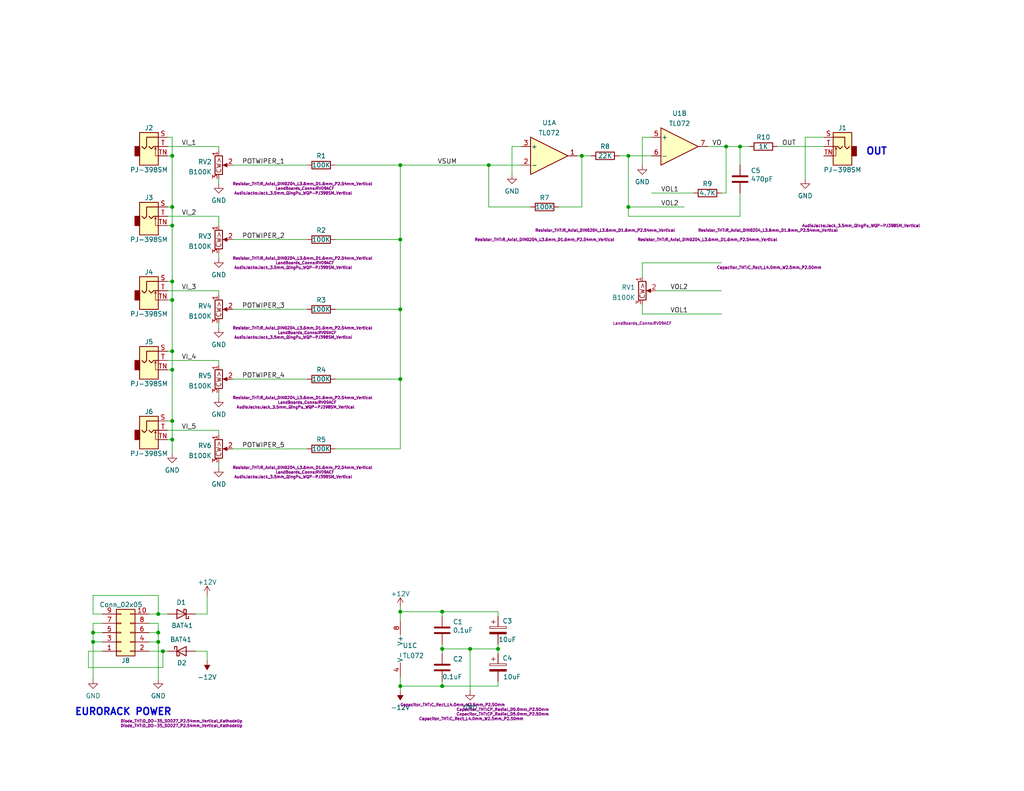
<source format=kicad_sch>
(kicad_sch (version 20230121) (generator eeschema)
  (paper "A")
  (title_block (title "SYNTH-MIXER5-01") (date "2022-10-04") (rev "1") (comment 1 "5 CHANNEL MIXER") (comment 2 "https://note.com/solder_state/n/nffc1a33053be"))
  (lib_symbols
    (symbol "Amplifier_Operational:TL072" (pin_names (offset 0.127))
      (property "Reference" "U" (at 0 5.08 0))
      (property "Value" "TL072" (at 0 -5.08 0))
      (symbol "TL072_1_1"
        (polyline (pts (xy -5.08 5.08) (xy 5.08 0) (xy -5.08 -5.08) (xy -5.08 5.08)) (stroke (width 0.254)) (fill (type background)))
        (pin output line (at 7.62 0 180) (length 2.54) (name "~") (number "1"))
        (pin input line (at -7.62 -2.54 0) (length 2.54) (name "-") (number "2"))
        (pin input line (at -7.62 2.54 0) (length 2.54) (name "+") (number "3"))
      )
      (symbol "TL072_2_1"
        (polyline (pts (xy -5.08 5.08) (xy 5.08 0) (xy -5.08 -5.08) (xy -5.08 5.08)) (stroke (width 0.254)) (fill (type background)))
        (pin input line (at -7.62 2.54 0) (length 2.54) (name "+") (number "5"))
        (pin input line (at -7.62 -2.54 0) (length 2.54) (name "-") (number "6"))
        (pin output line (at 7.62 0 180) (length 2.54) (name "~") (number "7"))
      )
      (symbol "TL072_3_1"
        (pin power_in line (at -2.54 -7.62 90) (length 3.81) (name "V-") (number "4"))
        (pin power_in line (at -2.54 7.62 270) (length 3.81) (name "V+") (number "8"))
      )
    )
    (symbol "Connector:AudioJack2_SwitchT"
      (property "Reference" "J" (at 0 8.89 0))
      (property "Value" "AudioJack2_SwitchT" (at 0 6.35 0))
      (symbol "AudioJack2_SwitchT_0_1"
        (rectangle (start -2.54 0) (end -3.81 -2.54) (stroke (width 0.254)) (fill (type outline)))
        (polyline (pts (xy 1.778 -0.254) (xy 2.032 -0.762)))
        (polyline (pts (xy 0 0) (xy 0.635 -0.635) (xy 1.27 0) (xy 2.54 0)) (stroke (width 0.254)))
        (polyline (pts (xy 2.54 -2.54) (xy 1.778 -2.54) (xy 1.778 -0.254) (xy 1.524 -0.762)))
        (polyline (pts (xy 2.54 2.54) (xy -0.635 2.54) (xy -0.635 0) (xy -1.27 -0.635) (xy -1.905 0)) (stroke (width 0.254)))
        (rectangle (start 2.54 3.81) (end -2.54 -5.08) (stroke (width 0.254)) (fill (type background)))
      )
      (symbol "AudioJack2_SwitchT_1_1"
        (pin passive line (at 5.08 2.54 180) (length 2.54) (name "~") (number "S"))
        (pin passive line (at 5.08 0 180) (length 2.54) (name "~") (number "T"))
        (pin passive line (at 5.08 -2.54 180) (length 2.54) (name "~") (number "TN"))
      )
    )
    (symbol "Connector_Generic:Conn_02x05_Odd_Even" (pin_names (offset 1.016) hide)
      (property "Reference" "J" (at 1.27 7.62 0))
      (property "Value" "Conn_02x05_Odd_Even" (at 1.27 -7.62 0))
      (symbol "Conn_02x05_Odd_Even_1_1"
        (rectangle (start -1.27 -4.953) (end 0 -5.207) (stroke (width 0.1524)))
        (rectangle (start -1.27 -2.413) (end 0 -2.667) (stroke (width 0.1524)))
        (rectangle (start -1.27 0.127) (end 0 -0.127) (stroke (width 0.1524)))
        (rectangle (start -1.27 2.667) (end 0 2.413) (stroke (width 0.1524)))
        (rectangle (start -1.27 5.207) (end 0 4.953) (stroke (width 0.1524)))
        (rectangle (start -1.27 6.35) (end 3.81 -6.35) (stroke (width 0.254)) (fill (type background)))
        (rectangle (start 3.81 -4.953) (end 2.54 -5.207) (stroke (width 0.1524)))
        (rectangle (start 3.81 -2.413) (end 2.54 -2.667) (stroke (width 0.1524)))
        (rectangle (start 3.81 0.127) (end 2.54 -0.127) (stroke (width 0.1524)))
        (rectangle (start 3.81 2.667) (end 2.54 2.413) (stroke (width 0.1524)))
        (rectangle (start 3.81 5.207) (end 2.54 4.953) (stroke (width 0.1524)))
        (pin passive line (at -5.08 5.08 0) (length 3.81) (name "Pin_1") (number "1"))
        (pin passive line (at 7.62 -5.08 180) (length 3.81) (name "Pin_10") (number "10"))
        (pin passive line (at 7.62 5.08 180) (length 3.81) (name "Pin_2") (number "2"))
        (pin passive line (at -5.08 2.54 0) (length 3.81) (name "Pin_3") (number "3"))
        (pin passive line (at 7.62 2.54 180) (length 3.81) (name "Pin_4") (number "4"))
        (pin passive line (at -5.08 0 0) (length 3.81) (name "Pin_5") (number "5"))
        (pin passive line (at 7.62 0 180) (length 3.81) (name "Pin_6") (number "6"))
        (pin passive line (at -5.08 -2.54 0) (length 3.81) (name "Pin_7") (number "7"))
        (pin passive line (at 7.62 -2.54 180) (length 3.81) (name "Pin_8") (number "8"))
        (pin passive line (at -5.08 -5.08 0) (length 3.81) (name "Pin_9") (number "9"))
      )
    )
    (symbol "Device:C" (pin_numbers hide) (pin_names (offset 0.254))
      (property "Reference" "C" (at 0.635 2.54 0))
      (property "Value" "C" (at 0.635 -2.54 0))
      (symbol "C_0_1"
        (polyline (pts (xy -2.032 -0.762) (xy 2.032 -0.762)) (stroke (width 0.508)))
        (polyline (pts (xy -2.032 0.762) (xy 2.032 0.762)) (stroke (width 0.508)))
      )
      (symbol "C_1_1"
        (pin passive line (at 0 3.81 270) (length 2.794) (name "~") (number "1"))
        (pin passive line (at 0 -3.81 90) (length 2.794) (name "~") (number "2"))
      )
    )
    (symbol "Device:C_Polarized" (pin_numbers hide) (pin_names (offset 0.254))
      (property "Reference" "C" (at 0.635 2.54 0))
      (property "Value" "C_Polarized" (at 0.635 -2.54 0))
      (symbol "C_Polarized_0_1"
        (rectangle (start -2.286 0.508) (end 2.286 1.016))
        (polyline (pts (xy -1.778 2.286) (xy -0.762 2.286)))
        (polyline (pts (xy -1.27 2.794) (xy -1.27 1.778)))
        (rectangle (start 2.286 -0.508) (end -2.286 -1.016) (fill (type outline)))
      )
      (symbol "C_Polarized_1_1"
        (pin passive line (at 0 3.81 270) (length 2.794) (name "~") (number "1"))
        (pin passive line (at 0 -3.81 90) (length 2.794) (name "~") (number "2"))
      )
    )
    (symbol "Device:D_Schottky" (pin_numbers hide) (pin_names (offset 1.016) hide)
      (property "Reference" "D" (at 0 2.54 0))
      (property "Value" "D_Schottky" (at 0 -2.54 0))
      (symbol "D_Schottky_0_1"
        (polyline (pts (xy 1.27 0) (xy -1.27 0)))
        (polyline (pts (xy 1.27 1.27) (xy 1.27 -1.27) (xy -1.27 0) (xy 1.27 1.27)) (stroke (width 0.254)))
        (polyline (pts (xy -1.905 0.635) (xy -1.905 1.27) (xy -1.27 1.27) (xy -1.27 -1.27) (xy -0.635 -1.27) (xy -0.635 -0.635)) (stroke (width 0.254)))
      )
      (symbol "D_Schottky_1_1"
        (pin passive line (at -3.81 0 0) (length 2.54) (name "K") (number "1"))
        (pin passive line (at 3.81 0 180) (length 2.54) (name "A") (number "2"))
      )
    )
    (symbol "Device:R" (pin_numbers hide) (pin_names (offset 0))
      (property "Reference" "R" (at 2.032 0 90))
      (property "Value" "R" (at 0 0 90))
      (symbol "R_0_1"
        (rectangle (start -1.016 -2.54) (end 1.016 2.54) (stroke (width 0.254)))
      )
      (symbol "R_1_1"
        (pin passive line (at 0 3.81 270) (length 1.27) (name "~") (number "1"))
        (pin passive line (at 0 -3.81 90) (length 1.27) (name "~") (number "2"))
      )
    )
    (symbol "LandBoards_Conns:R_Pot_CW" (pin_names (offset 1.016) hide)
      (property "Reference" "RV" (at -1.27 1.27 0))
      (property "Value" "R_Pot_CW" (at -1.27 -1.27 0))
      (symbol "R_Pot_CW_0_0"
        (text "CW>" (at 0 0 900) (effects (font (size 1.27 1.27))))
      )
      (symbol "R_Pot_CW_0_1"
        (polyline (pts (xy 2.54 0) (xy 1.524 0)))
        (polyline (pts (xy 1.143 0) (xy 2.286 0.508) (xy 2.286 -0.508) (xy 1.143 0)) (fill (type outline)))
        (rectangle (start 1.016 2.54) (end -1.016 -2.54) (stroke (width 0.254)))
      )
      (symbol "R_Pot_CW_1_1"
        (pin passive line (at 0 3.81 270) (length 1.27) (name "1") (number "1"))
        (pin passive line (at 3.81 0 180) (length 1.27) (name "2") (number "2"))
        (pin passive line (at 0 -3.81 90) (length 1.27) (name "3") (number "3"))
      )
    )
    (symbol "power:+12V" (power) (pin_names (offset 0))
      (property "Value" "+12V" (at 0 3.556 0))
      (symbol "+12V_0_1"
        (polyline (pts (xy -0.762 1.27) (xy 0 2.54)))
        (polyline (pts (xy 0 0) (xy 0 2.54)))
        (polyline (pts (xy 0 2.54) (xy 0.762 1.27)))
      )
      (symbol "+12V_1_1"
        (pin power_in line (at 0 0 90) (length 0) hide (name "+12V") (number "1"))
      )
    )
    (symbol "power:-12V" (power) (pin_names (offset 0))
      (property "Value" "-12V" (at 0 3.81 0))
      (symbol "-12V_0_0"
        (pin power_in line (at 0 0 90) (length 0) hide (name "-12V") (number "1"))
      )
      (symbol "-12V_0_1"
        (polyline (pts (xy 0 0) (xy 0 1.27) (xy 0.762 1.27) (xy 0 2.54) (xy -0.762 1.27) (xy 0 1.27)) (fill (type outline)))
      )
    )
    (symbol "power:GND" (power) (pin_names (offset 0))
      (property "Value" "GND" (at 0 -3.81 0))
      (symbol "GND_0_1"
        (polyline (pts (xy 0 0) (xy 0 -1.27) (xy 1.27 -1.27) (xy 0 -2.54) (xy -1.27 -1.27) (xy 0 -1.27)))
      )
      (symbol "GND_1_1"
        (pin power_in line (at 0 0 270) (length 0) hide (name "GND") (number "1"))
      )
    )
  )
  (junction (at 133.35 45.085))
  (junction (at 46.99 56.515))
  (junction (at 109.22 84.455))
  (junction (at 46.99 42.545))
  (junction (at 109.22 45.085))
  (junction (at 109.22 167.005))
  (junction (at 128.27 177.165))
  (junction (at 25.4 172.72))
  (junction (at 109.22 65.405))
  (junction (at 46.99 81.915))
  (junction (at 46.99 114.935))
  (junction (at 171.45 42.545))
  (junction (at 44.45 177.8))
  (junction (at 109.22 103.505))
  (junction (at 46.99 95.885))
  (junction (at 46.99 120.015))
  (junction (at 109.22 187.325))
  (junction (at 46.99 76.835))
  (junction (at 201.93 40.005))
  (junction (at 171.45 56.515))
  (junction (at 43.18 175.26))
  (junction (at 120.65 187.325))
  (junction (at 43.18 167.64))
  (junction (at 120.65 177.165))
  (junction (at 46.99 100.965))
  (junction (at 120.65 167.005))
  (junction (at 135.89 177.165))
  (junction (at 25.4 175.26))
  (junction (at 46.99 61.595))
  (junction (at 198.12 40.005))
  (junction (at 158.75 42.545))
  (junction (at 43.18 172.72))
  (wire (pts (xy 25.4 170.18) (xy 25.4 172.72)))
  (wire (pts (xy 46.99 81.915) (xy 46.99 95.885)))
  (wire (pts (xy 91.44 103.505) (xy 109.22 103.505)))
  (wire (pts (xy 46.99 61.595) (xy 46.99 76.835)))
  (wire (pts (xy 43.18 162.56) (xy 43.18 167.64)))
  (wire (pts (xy 53.34 177.8) (xy 56.515 177.8)))
  (wire (pts (xy 59.69 88.265) (xy 59.69 89.535)))
  (wire (pts (xy 45.72 98.425) (xy 59.69 98.425)))
  (wire (pts (xy 46.99 120.015) (xy 45.72 120.015)))
  (wire (pts (xy 59.69 69.215) (xy 59.69 70.485)))
  (wire (pts (xy 25.4 175.26) (xy 27.94 175.26)))
  (wire (pts (xy 171.45 56.515) (xy 171.45 59.055)))
  (wire (pts (xy 120.65 167.005) (xy 135.89 167.005)))
  (wire (pts (xy 27.94 170.18) (xy 25.4 170.18)))
  (wire (pts (xy 109.22 45.085) (xy 133.35 45.085)))
  (wire (pts (xy 25.4 172.72) (xy 25.4 175.26)))
  (wire (pts (xy 109.22 65.405) (xy 109.22 84.455)))
  (wire (pts (xy 135.89 187.325) (xy 135.89 186.055)))
  (wire (pts (xy 128.27 177.165) (xy 135.89 177.165)))
  (wire (pts (xy 46.99 114.935) (xy 46.99 120.015)))
  (wire (pts (xy 27.94 167.64) (xy 25.4 167.64)))
  (wire (pts (xy 46.99 100.965) (xy 46.99 114.935)))
  (wire (pts (xy 56.515 162.56) (xy 56.515 167.64)))
  (wire (pts (xy 46.99 61.595) (xy 45.72 61.595)))
  (wire (pts (xy 135.89 167.005) (xy 135.89 168.275)))
  (wire (pts (xy 109.22 187.325) (xy 120.65 187.325)))
  (wire (pts (xy 135.89 177.165) (xy 135.89 175.895)))
  (wire (pts (xy 139.7 47.625) (xy 139.7 40.005)))
  (wire (pts (xy 171.45 42.545) (xy 171.45 56.515)))
  (wire (pts (xy 53.34 167.64) (xy 56.515 167.64)))
  (wire (pts (xy 27.94 177.8) (xy 24.13 177.8)))
  (wire (pts (xy 59.69 118.745) (xy 59.69 117.475)))
  (wire (pts (xy 46.99 120.015) (xy 46.99 123.825)))
  (wire (pts (xy 46.99 42.545) (xy 46.99 56.515)))
  (wire (pts (xy 120.65 187.325) (xy 135.89 187.325)))
  (wire (pts (xy 45.72 117.475) (xy 59.69 117.475)))
  (wire (pts (xy 44.45 177.8) (xy 45.72 177.8)))
  (wire (pts (xy 45.72 37.465) (xy 46.99 37.465)))
  (wire (pts (xy 46.99 37.465) (xy 46.99 42.545)))
  (wire (pts (xy 40.64 167.64) (xy 43.18 167.64)))
  (wire (pts (xy 59.69 40.005) (xy 59.69 41.275)))
  (wire (pts (xy 43.18 167.64) (xy 45.72 167.64)))
  (wire (pts (xy 204.47 40.005) (xy 201.93 40.005)))
  (wire (pts (xy 177.8 52.705) (xy 189.23 52.705)))
  (wire (pts (xy 45.72 114.935) (xy 46.99 114.935)))
  (wire (pts (xy 120.65 175.895) (xy 120.65 177.165)))
  (wire (pts (xy 44.45 182.245) (xy 24.13 182.245)))
  (wire (pts (xy 168.91 42.545) (xy 171.45 42.545)))
  (wire (pts (xy 175.26 85.725) (xy 196.85 85.725)))
  (wire (pts (xy 59.69 61.595) (xy 59.69 59.055)))
  (wire (pts (xy 46.99 42.545) (xy 45.72 42.545)))
  (wire (pts (xy 91.44 122.555) (xy 109.22 122.555)))
  (wire (pts (xy 44.45 177.8) (xy 44.45 182.245)))
  (wire (pts (xy 83.82 84.455) (xy 63.5 84.455)))
  (wire (pts (xy 157.48 42.545) (xy 158.75 42.545)))
  (wire (pts (xy 175.26 45.085) (xy 175.26 37.465)))
  (wire (pts (xy 144.78 56.515) (xy 133.35 56.515)))
  (wire (pts (xy 133.35 45.085) (xy 142.24 45.085)))
  (wire (pts (xy 43.18 175.26) (xy 43.18 185.42)))
  (wire (pts (xy 158.75 56.515) (xy 152.4 56.515)))
  (wire (pts (xy 91.44 84.455) (xy 109.22 84.455)))
  (wire (pts (xy 25.4 167.64) (xy 25.4 162.56)))
  (wire (pts (xy 45.72 76.835) (xy 46.99 76.835)))
  (wire (pts (xy 45.72 56.515) (xy 46.99 56.515)))
  (wire (pts (xy 43.18 170.18) (xy 43.18 172.72)))
  (wire (pts (xy 196.85 52.705) (xy 198.12 52.705)))
  (wire (pts (xy 83.82 122.555) (xy 63.5 122.555)))
  (wire (pts (xy 25.4 162.56) (xy 43.18 162.56)))
  (wire (pts (xy 40.64 170.18) (xy 43.18 170.18)))
  (wire (pts (xy 171.45 59.055) (xy 201.93 59.055)))
  (wire (pts (xy 158.75 42.545) (xy 158.75 56.515)))
  (wire (pts (xy 40.64 175.26) (xy 43.18 175.26)))
  (wire (pts (xy 109.22 187.325) (xy 109.22 188.595)))
  (wire (pts (xy 45.72 95.885) (xy 46.99 95.885)))
  (wire (pts (xy 139.7 40.005) (xy 142.24 40.005)))
  (wire (pts (xy 109.22 165.735) (xy 109.22 167.005)))
  (wire (pts (xy 46.99 56.515) (xy 46.99 61.595)))
  (wire (pts (xy 219.71 37.465) (xy 219.71 48.895)))
  (wire (pts (xy 59.69 107.315) (xy 59.69 108.585)))
  (wire (pts (xy 109.22 167.005) (xy 109.22 169.545)))
  (wire (pts (xy 201.93 40.005) (xy 198.12 40.005)))
  (wire (pts (xy 175.26 71.755) (xy 196.85 71.755)))
  (wire (pts (xy 120.65 177.165) (xy 128.27 177.165)))
  (wire (pts (xy 109.22 184.785) (xy 109.22 187.325)))
  (wire (pts (xy 120.65 186.055) (xy 120.65 187.325)))
  (wire (pts (xy 59.69 80.645) (xy 59.69 79.375)))
  (wire (pts (xy 46.99 76.835) (xy 46.99 81.915)))
  (wire (pts (xy 120.65 167.005) (xy 120.65 168.275)))
  (wire (pts (xy 201.93 40.005) (xy 201.93 45.085)))
  (wire (pts (xy 25.4 175.26) (xy 25.4 185.42)))
  (wire (pts (xy 133.35 56.515) (xy 133.35 45.085)))
  (wire (pts (xy 201.93 59.055) (xy 201.93 52.705)))
  (wire (pts (xy 109.22 103.505) (xy 109.22 122.555)))
  (wire (pts (xy 56.515 177.8) (xy 56.515 180.34)))
  (wire (pts (xy 59.69 48.895) (xy 59.69 50.165)))
  (wire (pts (xy 46.99 81.915) (xy 45.72 81.915)))
  (wire (pts (xy 45.72 40.005) (xy 59.69 40.005)))
  (wire (pts (xy 43.18 172.72) (xy 43.18 175.26)))
  (wire (pts (xy 212.09 40.005) (xy 224.79 40.005)))
  (wire (pts (xy 179.07 79.375) (xy 196.85 79.375)))
  (wire (pts (xy 175.26 37.465) (xy 177.8 37.465)))
  (wire (pts (xy 40.64 177.8) (xy 44.45 177.8)))
  (wire (pts (xy 171.45 56.515) (xy 186.69 56.515)))
  (wire (pts (xy 45.72 79.375) (xy 59.69 79.375)))
  (wire (pts (xy 91.44 65.405) (xy 109.22 65.405)))
  (wire (pts (xy 171.45 42.545) (xy 177.8 42.545)))
  (wire (pts (xy 59.69 99.695) (xy 59.69 98.425)))
  (wire (pts (xy 24.13 182.245) (xy 24.13 177.8)))
  (wire (pts (xy 175.26 83.185) (xy 175.26 85.725)))
  (wire (pts (xy 135.89 178.435) (xy 135.89 177.165)))
  (wire (pts (xy 109.22 167.005) (xy 120.65 167.005)))
  (wire (pts (xy 91.44 45.085) (xy 109.22 45.085)))
  (wire (pts (xy 63.5 65.405) (xy 83.82 65.405)))
  (wire (pts (xy 158.75 42.545) (xy 161.29 42.545)))
  (wire (pts (xy 120.65 177.165) (xy 120.65 178.435)))
  (wire (pts (xy 40.64 172.72) (xy 43.18 172.72)))
  (wire (pts (xy 25.4 172.72) (xy 27.94 172.72)))
  (wire (pts (xy 175.26 75.565) (xy 175.26 71.755)))
  (wire (pts (xy 109.22 45.085) (xy 109.22 65.405)))
  (wire (pts (xy 59.69 126.365) (xy 59.69 127.635)))
  (wire (pts (xy 224.79 37.465) (xy 219.71 37.465)))
  (wire (pts (xy 109.22 84.455) (xy 109.22 103.505)))
  (wire (pts (xy 198.12 52.705) (xy 198.12 40.005)))
  (wire (pts (xy 128.27 177.165) (xy 128.27 188.595)))
  (wire (pts (xy 46.99 95.885) (xy 46.99 100.965)))
  (wire (pts (xy 45.72 59.055) (xy 59.69 59.055)))
  (wire (pts (xy 198.12 40.005) (xy 193.04 40.005)))
  (wire (pts (xy 63.5 45.085) (xy 83.82 45.085)))
  (wire (pts (xy 83.82 103.505) (xy 63.5 103.505)))
  (wire (pts (xy 46.99 100.965) (xy 45.72 100.965)))
  (text "EURORACK POWER" (at 20.32 195.58 0) (effects (font (size 1.905 1.905) (thickness 0.381) bold) (justify left bottom)))
  (text "OUT" (at 236.22 42.545 0) (effects (font (size 1.905 1.905) (thickness 0.381) bold) (justify left bottom)))
  (label "VOL2" (at 180.34 56.515 0))
  (label "VI_2" (at 49.53 59.055 0))
  (label "POTWIPER_2" (at 66.04 65.405 0))
  (label "POTWIPER_3" (at 66.04 84.455 0))
  (label "VSUM" (at 119.38 45.085 0))
  (label "VI_3" (at 49.53 79.375 0))
  (label "OUT" (at 213.36 40.005 0))
  (label "VI_4" (at 49.53 98.425 0))
  (label "POTWIPER_1" (at 66.04 45.085 0))
  (label "VOL2" (at 182.88 79.375 0))
  (label "VOL1" (at 180.34 52.705 0))
  (label "VO" (at 194.31 40.005 0))
  (label "POTWIPER_5" (at 66.04 122.555 0))
  (label "VI_5" (at 49.53 117.475 0))
  (label "VI_1" (at 49.53 40.005 0))
  (label "POTWIPER_4" (at 66.04 103.505 0))
  (label "VOL1" (at 182.88 85.725 0))
  (symbol (lib_id "power:GND") (at 25.4 185.42 0) (unit 1)
    (property "Reference" "#PWR0114" (effects hide))
    (property "Value" "GND" (at 25.4 189.9825 0))
  )
  (symbol (lib_id "Device:R") (at 87.63 122.555 90) (unit 1)
    (property "Reference" "R5" (at 87.63 120.015 90))
    (property "Value" "100K" (at 87.63 122.555 90))
    (property "Footprint" "Resistor_THT:R_Axial_DIN0204_L3.6mm_D1.6mm_P2.54mm_Vertical" (at 82.55 127.635 90) (effects (font (size 0.762 0.762))))
  )
  (symbol (lib_id "power:+12V") (at 56.515 162.56 0) (unit 1)
    (property "Reference" "#PWR0115" (effects hide))
    (property "Value" "+12V" (at 56.515 158.9555 0))
  )
  (symbol (lib_id "LandBoards_Conns:R_Pot_CW") (at 175.26 79.375 0) (unit 1)
    (property "Reference" "RV1" (at 173.3645 78.4665 0) (effects (justify right)))
    (property "Value" "B100K" (at 173.3645 81.2416 0) (effects (justify right)))
    (property "Footprint" "LandBoards_Conns:RV09ACF" (at 175.26 88.265 0) (effects (font (size 0.762 0.762))))
  )
  (symbol (lib_id "power:GND") (at 59.69 50.165 0) (unit 1)
    (property "Reference" "#PWR0101" (effects hide))
    (property "Value" "GND" (at 59.69 54.7275 0))
  )
  (symbol (lib_id "Connector:AudioJack2_SwitchT") (at 229.87 40.005 0) (mirror y) (unit 1)
    (property "Reference" "J1" (at 229.87 34.925 0))
    (property "Value" "PJ-398SM" (at 229.87 46.355 0))
    (property "Footprint" "AudioJacks:Jack_3.5mm_QingPu_WQP-PJ398SM_Vertical" (at 234.95 61.595 0) (effects (font (size 0.762 0.762))))
  )
  (symbol (lib_id "Connector:AudioJack2_SwitchT") (at 40.64 59.055 0) (unit 1)
    (property "Reference" "J3" (at 40.64 53.975 0))
    (property "Value" "PJ-398SM" (at 40.64 65.405 0))
    (property "Footprint" "AudioJacks:Jack_3.5mm_QingPu_WQP-PJ398SM_Vertical" (at 80.01 73.025 0) (effects (font (size 0.762 0.762))))
  )
  (symbol (lib_id "Device:D_Schottky") (at 49.53 177.8 0) (unit 1)
    (property "Reference" "D2" (at 48.26 180.975 0) (effects (justify left)))
    (property "Value" "BAT41" (at 46.355 174.625 0) (effects (justify left)))
    (property "Footprint" "Diode_THT:D_DO-35_SOD27_P2.54mm_Vertical_KathodeUp" (at 49.53 198.12 0) (effects (font (size 0.762 0.762))))
  )
  (symbol (lib_id "power:GND") (at 59.69 108.585 0) (unit 1)
    (property "Reference" "#PWR0111" (effects hide))
    (property "Value" "GND" (at 59.69 113.1475 0))
  )
  (symbol (lib_id "Device:R") (at 87.63 45.085 90) (unit 1)
    (property "Reference" "R1" (at 87.63 42.545 90))
    (property "Value" "100K" (at 87.63 45.085 90))
    (property "Footprint" "Resistor_THT:R_Axial_DIN0204_L3.6mm_D1.6mm_P2.54mm_Vertical" (at 82.55 50.165 90) (effects (font (size 0.762 0.762))))
  )
  (symbol (lib_id "Amplifier_Operational:TL072") (at 185.42 40.005 0) (unit 2)
    (property "Reference" "U1" (at 185.42 30.9585 0))
    (property "Value" "TL072" (at 185.42 33.7336 0))
    (property "Footprint" "Package_DIP:DIP-8_W7.62mm" (effects hide))
    (property "Datasheet" "https://store.synthrotek.com/TL072P-Op-Amp_p_418.html" (effects hide))
  )
  (symbol (lib_id "LandBoards_Conns:R_Pot_CW") (at 59.69 103.505 0) (unit 1)
    (property "Reference" "RV5" (at 57.7945 102.5965 0) (effects (justify right)))
    (property "Value" "B100K" (at 57.7945 105.3716 0) (effects (justify right)))
    (property "Footprint" "LandBoards_Conns:RV09ACF" (at 83.82 109.855 0) (effects (font (size 0.762 0.762))))
  )
  (symbol (lib_id "Device:R") (at 87.63 84.455 90) (unit 1)
    (property "Reference" "R3" (at 87.63 81.915 90))
    (property "Value" "100K" (at 87.63 84.455 90))
    (property "Footprint" "Resistor_THT:R_Axial_DIN0204_L3.6mm_D1.6mm_P2.54mm_Vertical" (at 82.55 89.535 90) (effects (font (size 0.762 0.762))))
  )
  (symbol (lib_id "power:+12V") (at 109.22 165.735 0) (unit 1)
    (property "Reference" "#PWR0107" (effects hide))
    (property "Value" "+12V" (at 109.22 162.1305 0))
  )
  (symbol (lib_id "power:GND") (at 128.27 188.595 0) (unit 1)
    (property "Reference" "#PWR0106" (effects hide))
    (property "Value" "GND" (at 128.27 193.1575 0))
  )
  (symbol (lib_id "Device:R") (at 208.28 40.005 90) (unit 1)
    (property "Reference" "R10" (at 208.28 37.465 90))
    (property "Value" "1K" (at 208.28 40.005 90))
    (property "Footprint" "Resistor_THT:R_Axial_DIN0204_L3.6mm_D1.6mm_P2.54mm_Vertical" (at 209.55 62.865 90) (effects (font (size 0.762 0.762))))
  )
  (symbol (lib_id "Device:D_Schottky") (at 49.53 167.64 180) (unit 1)
    (property "Reference" "D1" (at 50.8 164.465 0) (effects (justify left)))
    (property "Value" "BAT41" (at 52.705 170.815 0) (effects (justify left)))
    (property "Footprint" "Diode_THT:D_DO-35_SOD27_P2.54mm_Vertical_KathodeUp" (at 49.53 196.85 0) (effects (font (size 0.762 0.762))))
  )
  (symbol (lib_id "power:GND") (at 46.99 123.825 0) (unit 1)
    (property "Reference" "#PWR0102" (effects hide))
    (property "Value" "GND" (at 46.99 128.3875 0))
  )
  (symbol (lib_id "Device:R") (at 165.1 42.545 90) (unit 1)
    (property "Reference" "R8" (at 165.1 40.005 90))
    (property "Value" "22K" (at 165.1 42.545 90))
    (property "Footprint" "Resistor_THT:R_Axial_DIN0204_L3.6mm_D1.6mm_P2.54mm_Vertical" (at 165.1 62.865 90) (effects (font (size 0.762 0.762))))
  )
  (symbol (lib_id "power:GND") (at 139.7 47.625 0) (unit 1)
    (property "Reference" "#PWR0117" (effects hide))
    (property "Value" "GND" (at 139.7 52.1875 0))
  )
  (symbol (lib_id "LandBoards_Conns:R_Pot_CW") (at 59.69 122.555 0) (unit 1)
    (property "Reference" "RV6" (at 57.7945 121.6465 0) (effects (justify right)))
    (property "Value" "B100K" (at 57.7945 124.4216 0) (effects (justify right)))
    (property "Footprint" "LandBoards_Conns:RV09ACF" (at 83.185 128.905 0) (effects (font (size 0.762 0.762))))
  )
  (symbol (lib_id "Device:C_Polarized") (at 135.89 182.245 0) (unit 1)
    (property "Reference" "C4" (at 138.43 179.705 0))
    (property "Value" "10uF" (at 139.7 184.785 0))
    (property "Footprint" "Capacitor_THT:CP_Radial_D5.0mm_P2.50mm" (at 137.16 193.675 0) (effects (font (size 0.762 0.762))))
  )
  (symbol (lib_id "power:GND") (at 59.69 89.535 0) (unit 1)
    (property "Reference" "#PWR0108" (effects hide))
    (property "Value" "GND" (at 59.69 94.0975 0))
  )
  (symbol (lib_id "LandBoards_Conns:R_Pot_CW") (at 59.69 65.405 0) (unit 1)
    (property "Reference" "RV3" (at 57.7945 64.4965 0) (effects (justify right)))
    (property "Value" "B100K" (at 57.7945 67.2716 0) (effects (justify right)))
    (property "Footprint" "LandBoards_Conns:RV09ACF" (at 83.185 71.755 0) (effects (font (size 0.762 0.762))))
  )
  (symbol (lib_id "Device:R") (at 87.63 103.505 90) (unit 1)
    (property "Reference" "R4" (at 87.63 100.965 90))
    (property "Value" "100K" (at 87.63 103.505 90))
    (property "Footprint" "Resistor_THT:R_Axial_DIN0204_L3.6mm_D1.6mm_P2.54mm_Vertical" (at 82.55 108.585 90) (effects (font (size 0.762 0.762))))
  )
  (symbol (lib_id "power:GND") (at 43.18 185.42 0) (unit 1)
    (property "Reference" "#PWR0112" (effects hide))
    (property "Value" "GND" (at 43.18 189.9825 0))
  )
  (symbol (lib_id "power:GND") (at 175.26 45.085 0) (unit 1)
    (property "Reference" "#PWR0118" (effects hide))
    (property "Value" "GND" (at 175.26 49.6475 0))
  )
  (symbol (lib_id "Device:C_Polarized") (at 135.89 172.085 0) (unit 1)
    (property "Reference" "C3" (at 138.43 169.545 0))
    (property "Value" "10uF" (at 138.43 174.625 0))
    (property "Footprint" "Capacitor_THT:CP_Radial_D5.0mm_P2.50mm" (at 137.16 194.945 0) (effects (font (size 0.762 0.762))))
  )
  (symbol (lib_id "Device:C") (at 120.65 182.245 0) (unit 1)
    (property "Reference" "C2" (at 123.571 179.9336 0) (effects (justify left)))
    (property "Value" "0.1uF" (at 120.65 184.785 0) (effects (justify left)))
    (property "Footprint" "Capacitor_THT:C_Rect_L4.0mm_W2.5mm_P2.50mm" (at 109.22 192.405 0) (effects (font (size 0.762 0.762)) (justify left)))
  )
  (symbol (lib_id "power:-12V") (at 56.515 180.34 180) (unit 1)
    (property "Reference" "#PWR0113" (effects hide))
    (property "Value" "-12V" (at 56.515 184.9025 0))
  )
  (symbol (lib_id "Device:R") (at 87.63 65.405 90) (unit 1)
    (property "Reference" "R2" (at 87.63 62.865 90))
    (property "Value" "100K" (at 87.63 65.405 90))
    (property "Footprint" "Resistor_THT:R_Axial_DIN0204_L3.6mm_D1.6mm_P2.54mm_Vertical" (at 82.55 70.485 90) (effects (font (size 0.762 0.762))))
  )
  (symbol (lib_id "Connector:AudioJack2_SwitchT") (at 40.64 40.005 0) (unit 1)
    (property "Reference" "J2" (at 40.64 34.925 0))
    (property "Value" "PJ-398SM" (at 40.64 46.355 0))
    (property "Footprint" "AudioJacks:Jack_3.5mm_QingPu_WQP-PJ398SM_Vertical" (at 80.01 52.705 0) (effects (font (size 0.762 0.762))))
  )
  (symbol (lib_id "Amplifier_Operational:TL072") (at 111.76 177.165 0) (unit 3)
    (property "Reference" "U1" (at 109.855 176.2565 0) (effects (justify left)))
    (property "Value" "TL072" (at 109.855 179.0316 0) (effects (justify left)))
    (property "Footprint" "Package_DIP:DIP-8_W7.62mm" (effects hide))
    (property "Datasheet" "https://store.synthrotek.com/TL072P-Op-Amp_p_418.html" (effects hide))
  )
  (symbol (lib_id "Connector:AudioJack2_SwitchT") (at 40.64 117.475 0) (unit 1)
    (property "Reference" "J6" (at 40.64 112.395 0))
    (property "Value" "PJ-398SM" (at 40.64 123.825 0))
    (property "Footprint" "AudioJacks:Jack_3.5mm_QingPu_WQP-PJ398SM_Vertical" (at 80.01 130.175 0) (effects (font (size 0.762 0.762))))
  )
  (symbol (lib_id "Connector:AudioJack2_SwitchT") (at 40.64 79.375 0) (unit 1)
    (property "Reference" "J4" (at 40.64 74.295 0))
    (property "Value" "PJ-398SM" (at 40.64 85.725 0))
    (property "Footprint" "AudioJacks:Jack_3.5mm_QingPu_WQP-PJ398SM_Vertical" (at 80.01 92.075 0) (effects (font (size 0.762 0.762))))
  )
  (symbol (lib_id "LandBoards_Conns:R_Pot_CW") (at 59.69 84.455 0) (unit 1)
    (property "Reference" "RV4" (at 57.7945 83.5465 0) (effects (justify right)))
    (property "Value" "B100K" (at 57.7945 86.3216 0) (effects (justify right)))
    (property "Footprint" "LandBoards_Conns:RV09ACF" (at 83.82 90.805 0) (effects (font (size 0.762 0.762))))
  )
  (symbol (lib_id "Device:R") (at 148.59 56.515 90) (unit 1)
    (property "Reference" "R7" (at 148.59 53.975 90))
    (property "Value" "100K" (at 148.59 56.515 90))
    (property "Footprint" "Resistor_THT:R_Axial_DIN0204_L3.6mm_D1.6mm_P2.54mm_Vertical" (at 148.59 65.405 90) (effects (font (size 0.762 0.762))))
  )
  (symbol (lib_id "Connector_Generic:Conn_02x05_Odd_Even") (at 33.02 172.72 0) (mirror x) (unit 1)
    (property "Reference" "J8" (at 34.29 180.34 0))
    (property "Value" "Conn_02x05" (at 33.02 165.1 0))
    (property "Footprint" "Connector_IDC:IDC-Header_2x05_P2.54mm_Vertical" (effects hide))
    (property "Datasheet" "https://store.synthrotek.com/10-Pin_Keyed_Shrouded_Eurorack_Power_Header" (effects hide))
  )
  (symbol (lib_id "Amplifier_Operational:TL072") (at 149.86 42.545 0) (unit 1)
    (property "Reference" "U1" (at 149.86 33.4985 0))
    (property "Value" "TL072" (at 149.86 36.2736 0))
    (property "Footprint" "Package_DIP:DIP-8_W7.62mm" (effects hide))
    (property "Datasheet" "https://store.synthrotek.com/TL072P-Op-Amp_p_418.html" (effects hide))
  )
  (symbol (lib_id "power:GND") (at 59.69 70.485 0) (unit 1)
    (property "Reference" "#PWR0109" (effects hide))
    (property "Value" "GND" (at 59.69 75.0475 0))
  )
  (symbol (lib_id "Device:C") (at 201.93 48.895 0) (unit 1)
    (property "Reference" "C5" (at 204.851 46.5836 0) (effects (justify left)))
    (property "Value" "470pF" (at 204.851 48.895 0) (effects (justify left)))
    (property "Footprint" "Capacitor_THT:C_Rect_L4.0mm_W2.5mm_P2.50mm" (at 195.58 73.025 0) (effects (font (size 0.762 0.762)) (justify left)))
  )
  (symbol (lib_id "Device:R") (at 193.04 52.705 90) (unit 1)
    (property "Reference" "R9" (at 193.04 50.165 90))
    (property "Value" "4.7K" (at 193.04 52.705 90))
    (property "Footprint" "Resistor_THT:R_Axial_DIN0204_L3.6mm_D1.6mm_P2.54mm_Vertical" (at 193.04 65.405 90) (effects (font (size 0.762 0.762))))
  )
  (symbol (lib_id "Device:C") (at 120.65 172.085 0) (unit 1)
    (property "Reference" "C1" (at 123.571 169.7736 0) (effects (justify left)))
    (property "Value" "0.1uF" (at 123.571 172.085 0) (effects (justify left)))
    (property "Footprint" "Capacitor_THT:C_Rect_L4.0mm_W2.5mm_P2.50mm" (at 114.3 196.215 0) (effects (font (size 0.762 0.762)) (justify left)))
  )
  (symbol (lib_id "power:GND") (at 219.71 48.895 0) (unit 1)
    (property "Reference" "#PWR0119" (effects hide))
    (property "Value" "GND" (at 219.71 53.4575 0))
  )
  (symbol (lib_id "power:-12V") (at 109.22 188.595 180) (unit 1)
    (property "Reference" "#PWR0105" (effects hide))
    (property "Value" "-12V" (at 109.22 193.1575 0))
  )
  (symbol (lib_id "Connector:AudioJack2_SwitchT") (at 40.64 98.425 0) (unit 1)
    (property "Reference" "J5" (at 40.64 93.345 0))
    (property "Value" "PJ-398SM" (at 40.64 104.775 0))
    (property "Footprint" "AudioJacks:Jack_3.5mm_QingPu_WQP-PJ398SM_Vertical" (at 80.645 111.125 0) (effects (font (size 0.762 0.762))))
  )
  (symbol (lib_id "power:GND") (at 59.69 127.635 0) (unit 1)
    (property "Reference" "#PWR0103" (effects hide))
    (property "Value" "GND" (at 59.69 132.1975 0))
  )
  (symbol (lib_id "LandBoards_Conns:R_Pot_CW") (at 59.69 45.085 0) (unit 1)
    (property "Reference" "RV2" (at 57.7945 44.1765 0) (effects (justify right)))
    (property "Value" "B100K" (at 57.7945 46.9516 0) (effects (justify right)))
    (property "Footprint" "LandBoards_Conns:RV09ACF" (at 83.185 51.435 0) (effects (font (size 0.762 0.762))))
  )
)
</source>
